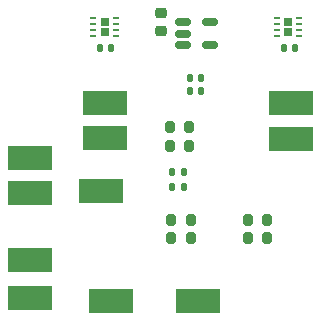
<source format=gbr>
%TF.GenerationSoftware,KiCad,Pcbnew,8.0.0*%
%TF.CreationDate,2024-03-24T20:02:06+02:00*%
%TF.ProjectId,Power Subsystem,506f7765-7220-4537-9562-73797374656d,rev?*%
%TF.SameCoordinates,Original*%
%TF.FileFunction,Paste,Top*%
%TF.FilePolarity,Positive*%
%FSLAX46Y46*%
G04 Gerber Fmt 4.6, Leading zero omitted, Abs format (unit mm)*
G04 Created by KiCad (PCBNEW 8.0.0) date 2024-03-24 20:02:06*
%MOMM*%
%LPD*%
G01*
G04 APERTURE LIST*
G04 Aperture macros list*
%AMRoundRect*
0 Rectangle with rounded corners*
0 $1 Rounding radius*
0 $2 $3 $4 $5 $6 $7 $8 $9 X,Y pos of 4 corners*
0 Add a 4 corners polygon primitive as box body*
4,1,4,$2,$3,$4,$5,$6,$7,$8,$9,$2,$3,0*
0 Add four circle primitives for the rounded corners*
1,1,$1+$1,$2,$3*
1,1,$1+$1,$4,$5*
1,1,$1+$1,$6,$7*
1,1,$1+$1,$8,$9*
0 Add four rect primitives between the rounded corners*
20,1,$1+$1,$2,$3,$4,$5,0*
20,1,$1+$1,$4,$5,$6,$7,0*
20,1,$1+$1,$6,$7,$8,$9,0*
20,1,$1+$1,$8,$9,$2,$3,0*%
G04 Aperture macros list end*
%ADD10RoundRect,0.140000X0.140000X0.170000X-0.140000X0.170000X-0.140000X-0.170000X0.140000X-0.170000X0*%
%ADD11RoundRect,0.200000X-0.200000X-0.275000X0.200000X-0.275000X0.200000X0.275000X-0.200000X0.275000X0*%
%ADD12R,3.800000X2.000000*%
%ADD13R,0.750000X0.650000*%
%ADD14RoundRect,0.062500X-0.187500X-0.062500X0.187500X-0.062500X0.187500X0.062500X-0.187500X0.062500X0*%
%ADD15RoundRect,0.150000X-0.512500X-0.150000X0.512500X-0.150000X0.512500X0.150000X-0.512500X0.150000X0*%
%ADD16RoundRect,0.200000X0.200000X0.275000X-0.200000X0.275000X-0.200000X-0.275000X0.200000X-0.275000X0*%
%ADD17RoundRect,0.135000X0.135000X0.185000X-0.135000X0.185000X-0.135000X-0.185000X0.135000X-0.185000X0*%
%ADD18RoundRect,0.140000X-0.140000X-0.170000X0.140000X-0.170000X0.140000X0.170000X-0.140000X0.170000X0*%
%ADD19RoundRect,0.218750X-0.256250X0.218750X-0.256250X-0.218750X0.256250X-0.218750X0.256250X0.218750X0*%
G04 APERTURE END LIST*
D10*
%TO.C,C3*%
X142223000Y-52263000D03*
X141263000Y-52263000D03*
%TD*%
D11*
%TO.C,R3*%
X147194000Y-60579000D03*
X148844000Y-60579000D03*
%TD*%
D12*
%TO.C,PWM2*%
X157491000Y-59979000D03*
%TD*%
%TO.C,PWM3*%
X141743000Y-56962000D03*
%TD*%
D11*
%TO.C,R8*%
X153808600Y-68326000D03*
X155458600Y-68326000D03*
%TD*%
D10*
%TO.C,C4*%
X157816000Y-52263000D03*
X156856000Y-52263000D03*
%TD*%
%TO.C,C2*%
X149843000Y-55946000D03*
X148883000Y-55946000D03*
%TD*%
D11*
%TO.C,R11*%
X147331600Y-68326000D03*
X148981600Y-68326000D03*
%TD*%
D13*
%TO.C,Motor_1*%
X141682000Y-50104000D03*
X141682000Y-50904000D03*
D14*
X140732000Y-49754000D03*
X140732000Y-50254000D03*
X140732000Y-50754000D03*
X140732000Y-51254000D03*
X142632000Y-51254000D03*
X142632000Y-50754000D03*
X142632000Y-50254000D03*
X142632000Y-49754000D03*
%TD*%
D12*
%TO.C,Motor2_B1*%
X135382000Y-73406000D03*
%TD*%
D15*
%TO.C,U1*%
X148347000Y-50104000D03*
X148347000Y-51054000D03*
X148347000Y-52004000D03*
X150622000Y-52004000D03*
X150622000Y-50104000D03*
%TD*%
D16*
%TO.C,R2*%
X148844000Y-58928000D03*
X147194000Y-58928000D03*
%TD*%
D17*
%TO.C,R5*%
X148428000Y-64008000D03*
X147408000Y-64008000D03*
%TD*%
D12*
%TO.C,PWM4*%
X141743000Y-59883000D03*
%TD*%
%TO.C,Motor_2A1*%
X135382000Y-70231000D03*
%TD*%
%TO.C,PWM1*%
X157491000Y-56962000D03*
%TD*%
%TO.C,Motor_1B1*%
X135382000Y-64516000D03*
%TD*%
D17*
%TO.C,R4*%
X148428000Y-62738000D03*
X147408000Y-62738000D03*
%TD*%
D11*
%TO.C,R7*%
X153808600Y-66852800D03*
X155458600Y-66852800D03*
%TD*%
D18*
%TO.C,C1*%
X148883000Y-54803000D03*
X149843000Y-54803000D03*
%TD*%
D12*
%TO.C,GND1*%
X142240000Y-73660000D03*
%TD*%
%TO.C,+5V1*%
X141351000Y-64389000D03*
%TD*%
D11*
%TO.C,R10*%
X147331600Y-66852800D03*
X148981600Y-66852800D03*
%TD*%
D13*
%TO.C,Motor_2*%
X157237000Y-50104000D03*
X157237000Y-50904000D03*
D14*
X156287000Y-49754000D03*
X156287000Y-50254000D03*
X156287000Y-50754000D03*
X156287000Y-51254000D03*
X158187000Y-51254000D03*
X158187000Y-50754000D03*
X158187000Y-50254000D03*
X158187000Y-49754000D03*
%TD*%
D12*
%TO.C,+BATT1*%
X149606000Y-73660000D03*
%TD*%
D19*
%TO.C,D1*%
X146431000Y-49276000D03*
X146431000Y-50851000D03*
%TD*%
D12*
%TO.C,Motor_1A1*%
X135382000Y-61595000D03*
%TD*%
M02*

</source>
